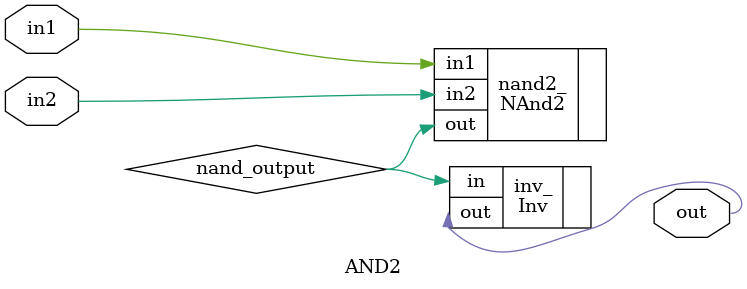
<source format=sv>
/* 2-input AND.
 *
 *
 * <script type="WaveDrom">
 * { assign:[
 *   ["out",
 *     ["&", "in1", "in2"]
 *   ]
 * ]}
 * </script>
 * 
 */
module AND2 (
    input  wire in1,
    input  wire in2,
    output wire out
);
    wire nand_output;
    NAnd2 nand2_(.in1(in1), .in2(in2), .out(nand_output));
    Inv   inv_  (.in(nand_output), .out(out));

endmodule

</source>
